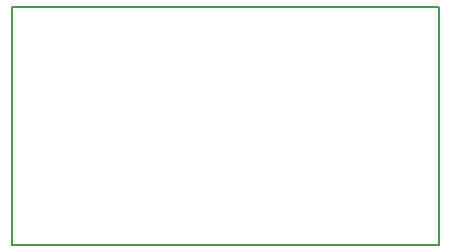
<source format=gm1>
G04 #@! TF.GenerationSoftware,KiCad,Pcbnew,(5.1.7)-1*
G04 #@! TF.CreationDate,2020-11-09T15:11:53-06:00*
G04 #@! TF.ProjectId,snesdecoder,736e6573-6465-4636-9f64-65722e6b6963,v01*
G04 #@! TF.SameCoordinates,Original*
G04 #@! TF.FileFunction,Profile,NP*
%FSLAX46Y46*%
G04 Gerber Fmt 4.6, Leading zero omitted, Abs format (unit mm)*
G04 Created by KiCad (PCBNEW (5.1.7)-1) date 2020-11-09 15:11:53*
%MOMM*%
%LPD*%
G01*
G04 APERTURE LIST*
G04 #@! TA.AperFunction,Profile*
%ADD10C,0.150000*%
G04 #@! TD*
G04 APERTURE END LIST*
D10*
X170942000Y-111887000D02*
X134747000Y-111887000D01*
X170942000Y-91694000D02*
X170942000Y-111887000D01*
X134747000Y-91694000D02*
X170942000Y-91694000D01*
X134747000Y-111887000D02*
X134747000Y-91694000D01*
M02*

</source>
